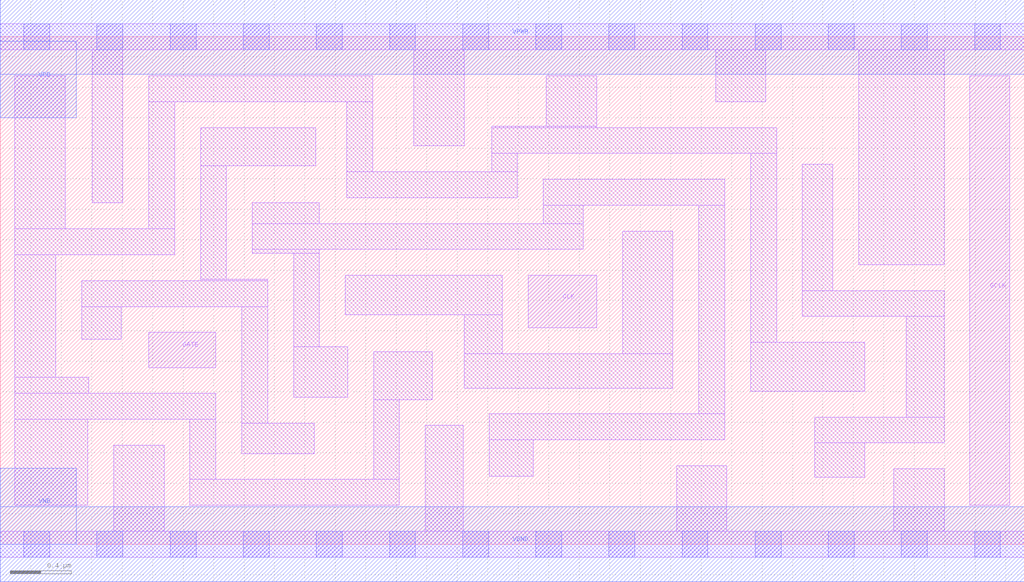
<source format=lef>
# Copyright 2020 The SkyWater PDK Authors
#
# Licensed under the Apache License, Version 2.0 (the "License");
# you may not use this file except in compliance with the License.
# You may obtain a copy of the License at
#
#     https://www.apache.org/licenses/LICENSE-2.0
#
# Unless required by applicable law or agreed to in writing, software
# distributed under the License is distributed on an "AS IS" BASIS,
# WITHOUT WARRANTIES OR CONDITIONS OF ANY KIND, either express or implied.
# See the License for the specific language governing permissions and
# limitations under the License.
#
# SPDX-License-Identifier: Apache-2.0

VERSION 5.5 ;
NAMESCASESENSITIVE ON ;
BUSBITCHARS "[]" ;
DIVIDERCHAR "/" ;
MACRO sky130_fd_sc_lp__dlclkp_1
  CLASS CORE ;
  SOURCE USER ;
  ORIGIN  0.000000  0.000000 ;
  SIZE  6.720000 BY  3.330000 ;
  SYMMETRY X Y R90 ;
  SITE unit ;
  PIN GATE
    ANTENNAGATEAREA  0.159000 ;
    DIRECTION INPUT ;
    USE SIGNAL ;
    PORT
      LAYER li1 ;
        RECT 0.975000 1.160000 1.415000 1.390000 ;
    END
  END GATE
  PIN GCLK
    ANTENNADIFFAREA  0.556500 ;
    DIRECTION OUTPUT ;
    USE SIGNAL ;
    PORT
      LAYER li1 ;
        RECT 6.365000 0.255000 6.625000 3.075000 ;
    END
  END GCLK
  PIN CLK
    ANTENNAGATEAREA  0.318000 ;
    DIRECTION INPUT ;
    USE CLOCK ;
    PORT
      LAYER li1 ;
        RECT 3.465000 1.420000 3.915000 1.765000 ;
    END
  END CLK
  PIN VGND
    DIRECTION INOUT ;
    USE GROUND ;
    PORT
      LAYER met1 ;
        RECT 0.000000 -0.245000 6.720000 0.245000 ;
    END
  END VGND
  PIN VNB
    DIRECTION INOUT ;
    USE GROUND ;
    PORT
    END
  END VNB
  PIN VPB
    DIRECTION INOUT ;
    USE POWER ;
    PORT
    END
  END VPB
  PIN VNB
    DIRECTION INOUT ;
    USE GROUND ;
    PORT
      LAYER met1 ;
        RECT 0.000000 0.000000 0.500000 0.500000 ;
    END
  END VNB
  PIN VPB
    DIRECTION INOUT ;
    USE POWER ;
    PORT
      LAYER met1 ;
        RECT 0.000000 2.800000 0.500000 3.300000 ;
    END
  END VPB
  PIN VPWR
    DIRECTION INOUT ;
    USE POWER ;
    PORT
      LAYER met1 ;
        RECT 0.000000 3.085000 6.720000 3.575000 ;
    END
  END VPWR
  OBS
    LAYER li1 ;
      RECT 0.000000 -0.085000 6.720000 0.085000 ;
      RECT 0.000000  3.245000 6.720000 3.415000 ;
      RECT 0.095000  0.255000 0.575000 0.820000 ;
      RECT 0.095000  0.820000 1.415000 0.990000 ;
      RECT 0.095000  0.990000 0.580000 1.095000 ;
      RECT 0.095000  1.095000 0.365000 1.900000 ;
      RECT 0.095000  1.900000 1.145000 2.070000 ;
      RECT 0.095000  2.070000 0.425000 3.075000 ;
      RECT 0.535000  1.345000 0.795000 1.560000 ;
      RECT 0.535000  1.560000 1.755000 1.730000 ;
      RECT 0.605000  2.240000 0.805000 3.245000 ;
      RECT 0.745000  0.085000 1.075000 0.650000 ;
      RECT 0.975000  2.070000 1.145000 2.905000 ;
      RECT 0.975000  2.905000 2.445000 3.075000 ;
      RECT 1.245000  0.255000 2.620000 0.425000 ;
      RECT 1.245000  0.425000 1.415000 0.820000 ;
      RECT 1.315000  1.730000 1.755000 1.740000 ;
      RECT 1.315000  1.740000 1.485000 2.485000 ;
      RECT 1.315000  2.485000 2.070000 2.735000 ;
      RECT 1.585000  0.595000 2.060000 0.795000 ;
      RECT 1.585000  0.795000 1.755000 1.560000 ;
      RECT 1.655000  1.910000 2.095000 1.935000 ;
      RECT 1.655000  1.935000 3.825000 2.105000 ;
      RECT 1.655000  2.105000 2.095000 2.240000 ;
      RECT 1.925000  0.965000 2.280000 1.295000 ;
      RECT 1.925000  1.295000 2.095000 1.910000 ;
      RECT 2.265000  1.505000 3.295000 1.765000 ;
      RECT 2.275000  2.275000 3.395000 2.445000 ;
      RECT 2.275000  2.445000 2.445000 2.905000 ;
      RECT 2.450000  0.425000 2.620000 0.950000 ;
      RECT 2.450000  0.950000 2.835000 1.265000 ;
      RECT 2.715000  2.615000 3.045000 3.245000 ;
      RECT 2.790000  0.085000 3.040000 0.780000 ;
      RECT 3.045000  1.025000 4.415000 1.250000 ;
      RECT 3.045000  1.250000 3.295000 1.505000 ;
      RECT 3.210000  0.445000 3.500000 0.685000 ;
      RECT 3.210000  0.685000 4.755000 0.855000 ;
      RECT 3.225000  2.445000 3.395000 2.565000 ;
      RECT 3.225000  2.565000 5.095000 2.735000 ;
      RECT 3.225000  2.735000 3.915000 2.745000 ;
      RECT 3.565000  2.105000 3.825000 2.225000 ;
      RECT 3.565000  2.225000 4.755000 2.395000 ;
      RECT 3.585000  2.745000 3.915000 3.075000 ;
      RECT 4.085000  1.250000 4.415000 2.055000 ;
      RECT 4.440000  0.085000 4.770000 0.515000 ;
      RECT 4.585000  0.855000 4.755000 2.225000 ;
      RECT 4.695000  2.905000 5.025000 3.245000 ;
      RECT 4.925000  1.005000 5.675000 1.325000 ;
      RECT 4.925000  1.325000 5.095000 2.565000 ;
      RECT 5.265000  1.495000 6.195000 1.665000 ;
      RECT 5.265000  1.665000 5.465000 2.495000 ;
      RECT 5.345000  0.440000 5.675000 0.665000 ;
      RECT 5.345000  0.665000 6.195000 0.835000 ;
      RECT 5.635000  1.835000 6.195000 3.245000 ;
      RECT 5.865000  0.085000 6.195000 0.495000 ;
      RECT 5.945000  0.835000 6.195000 1.495000 ;
    LAYER mcon ;
      RECT 0.155000 -0.085000 0.325000 0.085000 ;
      RECT 0.155000  3.245000 0.325000 3.415000 ;
      RECT 0.635000 -0.085000 0.805000 0.085000 ;
      RECT 0.635000  3.245000 0.805000 3.415000 ;
      RECT 1.115000 -0.085000 1.285000 0.085000 ;
      RECT 1.115000  3.245000 1.285000 3.415000 ;
      RECT 1.595000 -0.085000 1.765000 0.085000 ;
      RECT 1.595000  3.245000 1.765000 3.415000 ;
      RECT 2.075000 -0.085000 2.245000 0.085000 ;
      RECT 2.075000  3.245000 2.245000 3.415000 ;
      RECT 2.555000 -0.085000 2.725000 0.085000 ;
      RECT 2.555000  3.245000 2.725000 3.415000 ;
      RECT 3.035000 -0.085000 3.205000 0.085000 ;
      RECT 3.035000  3.245000 3.205000 3.415000 ;
      RECT 3.515000 -0.085000 3.685000 0.085000 ;
      RECT 3.515000  3.245000 3.685000 3.415000 ;
      RECT 3.995000 -0.085000 4.165000 0.085000 ;
      RECT 3.995000  3.245000 4.165000 3.415000 ;
      RECT 4.475000 -0.085000 4.645000 0.085000 ;
      RECT 4.475000  3.245000 4.645000 3.415000 ;
      RECT 4.955000 -0.085000 5.125000 0.085000 ;
      RECT 4.955000  3.245000 5.125000 3.415000 ;
      RECT 5.435000 -0.085000 5.605000 0.085000 ;
      RECT 5.435000  3.245000 5.605000 3.415000 ;
      RECT 5.915000 -0.085000 6.085000 0.085000 ;
      RECT 5.915000  3.245000 6.085000 3.415000 ;
      RECT 6.395000 -0.085000 6.565000 0.085000 ;
      RECT 6.395000  3.245000 6.565000 3.415000 ;
  END
END sky130_fd_sc_lp__dlclkp_1
END LIBRARY

</source>
